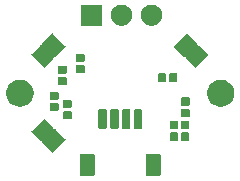
<source format=gts>
G04 #@! TF.GenerationSoftware,KiCad,Pcbnew,(5.1.5-0-10_14)*
G04 #@! TF.CreationDate,2020-09-28T19:56:29+02:00*
G04 #@! TF.ProjectId,Encoder,456e636f-6465-4722-9e6b-696361645f70,1.1*
G04 #@! TF.SameCoordinates,Original*
G04 #@! TF.FileFunction,Soldermask,Top*
G04 #@! TF.FilePolarity,Negative*
%FSLAX46Y46*%
G04 Gerber Fmt 4.6, Leading zero omitted, Abs format (unit mm)*
G04 Created by KiCad (PCBNEW (5.1.5-0-10_14)) date 2020-09-28 19:56:29*
%MOMM*%
%LPD*%
G04 APERTURE LIST*
%ADD10C,0.100000*%
G04 APERTURE END LIST*
D10*
G36*
X120479242Y-98440404D02*
G01*
X120516337Y-98451657D01*
X120550515Y-98469925D01*
X120580481Y-98494519D01*
X120605075Y-98524485D01*
X120623343Y-98558663D01*
X120634596Y-98595758D01*
X120639000Y-98640474D01*
X120639000Y-100133526D01*
X120634596Y-100178242D01*
X120623343Y-100215337D01*
X120605075Y-100249515D01*
X120580481Y-100279481D01*
X120550515Y-100304075D01*
X120516337Y-100322343D01*
X120479242Y-100333596D01*
X120434526Y-100338000D01*
X119541474Y-100338000D01*
X119496758Y-100333596D01*
X119459663Y-100322343D01*
X119425485Y-100304075D01*
X119395519Y-100279481D01*
X119370925Y-100249515D01*
X119352657Y-100215337D01*
X119341404Y-100178242D01*
X119337000Y-100133526D01*
X119337000Y-98640474D01*
X119341404Y-98595758D01*
X119352657Y-98558663D01*
X119370925Y-98524485D01*
X119395519Y-98494519D01*
X119425485Y-98469925D01*
X119459663Y-98451657D01*
X119496758Y-98440404D01*
X119541474Y-98436000D01*
X120434526Y-98436000D01*
X120479242Y-98440404D01*
G37*
G36*
X114879242Y-98440404D02*
G01*
X114916337Y-98451657D01*
X114950515Y-98469925D01*
X114980481Y-98494519D01*
X115005075Y-98524485D01*
X115023343Y-98558663D01*
X115034596Y-98595758D01*
X115039000Y-98640474D01*
X115039000Y-100133526D01*
X115034596Y-100178242D01*
X115023343Y-100215337D01*
X115005075Y-100249515D01*
X114980481Y-100279481D01*
X114950515Y-100304075D01*
X114916337Y-100322343D01*
X114879242Y-100333596D01*
X114834526Y-100338000D01*
X113941474Y-100338000D01*
X113896758Y-100333596D01*
X113859663Y-100322343D01*
X113825485Y-100304075D01*
X113795519Y-100279481D01*
X113770925Y-100249515D01*
X113752657Y-100215337D01*
X113741404Y-100178242D01*
X113737000Y-100133526D01*
X113737000Y-98640474D01*
X113741404Y-98595758D01*
X113752657Y-98558663D01*
X113770925Y-98524485D01*
X113795519Y-98494519D01*
X113825485Y-98469925D01*
X113859663Y-98451657D01*
X113896758Y-98440404D01*
X113941474Y-98436000D01*
X114834526Y-98436000D01*
X114879242Y-98440404D01*
G37*
G36*
X110774776Y-95465202D02*
G01*
X110784385Y-95468117D01*
X110793249Y-95472855D01*
X110805784Y-95483142D01*
X111504206Y-96181564D01*
X111514493Y-96194099D01*
X111519231Y-96202963D01*
X111522146Y-96212572D01*
X111523127Y-96222537D01*
X111523130Y-96222571D01*
X111522135Y-96232621D01*
X111522122Y-96232685D01*
X111520909Y-96244938D01*
X111520948Y-96244942D01*
X111519175Y-96262743D01*
X111521550Y-96287131D01*
X111528637Y-96310588D01*
X111540164Y-96332212D01*
X111555688Y-96351171D01*
X111574613Y-96366737D01*
X111596210Y-96378313D01*
X111619651Y-96385452D01*
X111644035Y-96387881D01*
X111661782Y-96385269D01*
X111661817Y-96385624D01*
X111674069Y-96384430D01*
X111674070Y-96384430D01*
X111684069Y-96383456D01*
X111684071Y-96383456D01*
X111694065Y-96384450D01*
X111701432Y-96386694D01*
X111703676Y-96387377D01*
X111712531Y-96392122D01*
X111712534Y-96392125D01*
X111712559Y-96392138D01*
X111724998Y-96402356D01*
X112529510Y-97206868D01*
X112539797Y-97219403D01*
X112544535Y-97228267D01*
X112547450Y-97237876D01*
X112548434Y-97247875D01*
X112547450Y-97257874D01*
X112544535Y-97267483D01*
X112539797Y-97276347D01*
X112529510Y-97288882D01*
X111477534Y-98340858D01*
X111464999Y-98351145D01*
X111456135Y-98355883D01*
X111446526Y-98358798D01*
X111436527Y-98359782D01*
X111426528Y-98358798D01*
X111416919Y-98355883D01*
X111408055Y-98351145D01*
X111395520Y-98340858D01*
X110591032Y-97536370D01*
X110580745Y-97523835D01*
X110576007Y-97514971D01*
X110573092Y-97505362D01*
X110572108Y-97495363D01*
X110573752Y-97478662D01*
X110575917Y-97467784D01*
X110575919Y-97443280D01*
X110571140Y-97419247D01*
X110561764Y-97396607D01*
X110548151Y-97376232D01*
X110530825Y-97358904D01*
X110510452Y-97345289D01*
X110487813Y-97335911D01*
X110463780Y-97331129D01*
X110439276Y-97331127D01*
X110427822Y-97332832D01*
X110411279Y-97334478D01*
X110411277Y-97334478D01*
X110407944Y-97334153D01*
X110401274Y-97333504D01*
X110391663Y-97330599D01*
X110382827Y-97325888D01*
X110382825Y-97325887D01*
X110382796Y-97325871D01*
X110374986Y-97319468D01*
X110374943Y-97319425D01*
X110370193Y-97315531D01*
X109671794Y-96617132D01*
X109661507Y-96604597D01*
X109656769Y-96595733D01*
X109653854Y-96586124D01*
X109652870Y-96576125D01*
X109653854Y-96566126D01*
X109656769Y-96556517D01*
X109661507Y-96547653D01*
X109671794Y-96535118D01*
X110723770Y-95483142D01*
X110736305Y-95472855D01*
X110745169Y-95468117D01*
X110754778Y-95465202D01*
X110764777Y-95464218D01*
X110774776Y-95465202D01*
G37*
G36*
X122929938Y-96643716D02*
G01*
X122950557Y-96649971D01*
X122969553Y-96660124D01*
X122986208Y-96673792D01*
X122999876Y-96690447D01*
X123010029Y-96709443D01*
X123016284Y-96730062D01*
X123019000Y-96757640D01*
X123019000Y-97266360D01*
X123016284Y-97293938D01*
X123010029Y-97314557D01*
X122999876Y-97333553D01*
X122986208Y-97350208D01*
X122969553Y-97363876D01*
X122950557Y-97374029D01*
X122929938Y-97380284D01*
X122902360Y-97383000D01*
X122443640Y-97383000D01*
X122416062Y-97380284D01*
X122395443Y-97374029D01*
X122376447Y-97363876D01*
X122359792Y-97350208D01*
X122346124Y-97333553D01*
X122335971Y-97314557D01*
X122329716Y-97293938D01*
X122327000Y-97266360D01*
X122327000Y-96757640D01*
X122329716Y-96730062D01*
X122335971Y-96709443D01*
X122346124Y-96690447D01*
X122359792Y-96673792D01*
X122376447Y-96660124D01*
X122395443Y-96649971D01*
X122416062Y-96643716D01*
X122443640Y-96641000D01*
X122902360Y-96641000D01*
X122929938Y-96643716D01*
G37*
G36*
X121959938Y-96643716D02*
G01*
X121980557Y-96649971D01*
X121999553Y-96660124D01*
X122016208Y-96673792D01*
X122029876Y-96690447D01*
X122040029Y-96709443D01*
X122046284Y-96730062D01*
X122049000Y-96757640D01*
X122049000Y-97266360D01*
X122046284Y-97293938D01*
X122040029Y-97314557D01*
X122029876Y-97333553D01*
X122016208Y-97350208D01*
X121999553Y-97363876D01*
X121980557Y-97374029D01*
X121959938Y-97380284D01*
X121932360Y-97383000D01*
X121473640Y-97383000D01*
X121446062Y-97380284D01*
X121425443Y-97374029D01*
X121406447Y-97363876D01*
X121389792Y-97350208D01*
X121376124Y-97333553D01*
X121365971Y-97314557D01*
X121359716Y-97293938D01*
X121357000Y-97266360D01*
X121357000Y-96757640D01*
X121359716Y-96730062D01*
X121365971Y-96709443D01*
X121376124Y-96690447D01*
X121389792Y-96673792D01*
X121406447Y-96660124D01*
X121425443Y-96649971D01*
X121446062Y-96643716D01*
X121473640Y-96641000D01*
X121932360Y-96641000D01*
X121959938Y-96643716D01*
G37*
G36*
X121959938Y-95643716D02*
G01*
X121980557Y-95649971D01*
X121999553Y-95660124D01*
X122016208Y-95673792D01*
X122029876Y-95690447D01*
X122040029Y-95709443D01*
X122046284Y-95730062D01*
X122049000Y-95757640D01*
X122049000Y-96266360D01*
X122046284Y-96293938D01*
X122040029Y-96314557D01*
X122029876Y-96333553D01*
X122016208Y-96350208D01*
X121999553Y-96363876D01*
X121980557Y-96374029D01*
X121959938Y-96380284D01*
X121932360Y-96383000D01*
X121473640Y-96383000D01*
X121446062Y-96380284D01*
X121425443Y-96374029D01*
X121406447Y-96363876D01*
X121389792Y-96350208D01*
X121376124Y-96333553D01*
X121365971Y-96314557D01*
X121359716Y-96293938D01*
X121357000Y-96266360D01*
X121357000Y-95757640D01*
X121359716Y-95730062D01*
X121365971Y-95709443D01*
X121376124Y-95690447D01*
X121389792Y-95673792D01*
X121406447Y-95660124D01*
X121425443Y-95649971D01*
X121446062Y-95643716D01*
X121473640Y-95641000D01*
X121932360Y-95641000D01*
X121959938Y-95643716D01*
G37*
G36*
X122929938Y-95643716D02*
G01*
X122950557Y-95649971D01*
X122969553Y-95660124D01*
X122986208Y-95673792D01*
X122999876Y-95690447D01*
X123010029Y-95709443D01*
X123016284Y-95730062D01*
X123019000Y-95757640D01*
X123019000Y-96266360D01*
X123016284Y-96293938D01*
X123010029Y-96314557D01*
X122999876Y-96333553D01*
X122986208Y-96350208D01*
X122969553Y-96363876D01*
X122950557Y-96374029D01*
X122929938Y-96380284D01*
X122902360Y-96383000D01*
X122443640Y-96383000D01*
X122416062Y-96380284D01*
X122395443Y-96374029D01*
X122376447Y-96363876D01*
X122359792Y-96350208D01*
X122346124Y-96333553D01*
X122335971Y-96314557D01*
X122329716Y-96293938D01*
X122327000Y-96266360D01*
X122327000Y-95757640D01*
X122329716Y-95730062D01*
X122335971Y-95709443D01*
X122346124Y-95690447D01*
X122359792Y-95673792D01*
X122376447Y-95660124D01*
X122395443Y-95649971D01*
X122416062Y-95643716D01*
X122443640Y-95641000D01*
X122902360Y-95641000D01*
X122929938Y-95643716D01*
G37*
G36*
X115947928Y-94688764D02*
G01*
X115969009Y-94695160D01*
X115988445Y-94705548D01*
X116005476Y-94719524D01*
X116019452Y-94736555D01*
X116029840Y-94755991D01*
X116036236Y-94777072D01*
X116039000Y-94805140D01*
X116039000Y-96218860D01*
X116036236Y-96246928D01*
X116029840Y-96268009D01*
X116019452Y-96287445D01*
X116005476Y-96304476D01*
X115988445Y-96318452D01*
X115969009Y-96328840D01*
X115947928Y-96335236D01*
X115919860Y-96338000D01*
X115456140Y-96338000D01*
X115428072Y-96335236D01*
X115406991Y-96328840D01*
X115387555Y-96318452D01*
X115370524Y-96304476D01*
X115356548Y-96287445D01*
X115346160Y-96268009D01*
X115339764Y-96246928D01*
X115337000Y-96218860D01*
X115337000Y-94805140D01*
X115339764Y-94777072D01*
X115346160Y-94755991D01*
X115356548Y-94736555D01*
X115370524Y-94719524D01*
X115387555Y-94705548D01*
X115406991Y-94695160D01*
X115428072Y-94688764D01*
X115456140Y-94686000D01*
X115919860Y-94686000D01*
X115947928Y-94688764D01*
G37*
G36*
X116947928Y-94688764D02*
G01*
X116969009Y-94695160D01*
X116988445Y-94705548D01*
X117005476Y-94719524D01*
X117019452Y-94736555D01*
X117029840Y-94755991D01*
X117036236Y-94777072D01*
X117039000Y-94805140D01*
X117039000Y-96218860D01*
X117036236Y-96246928D01*
X117029840Y-96268009D01*
X117019452Y-96287445D01*
X117005476Y-96304476D01*
X116988445Y-96318452D01*
X116969009Y-96328840D01*
X116947928Y-96335236D01*
X116919860Y-96338000D01*
X116456140Y-96338000D01*
X116428072Y-96335236D01*
X116406991Y-96328840D01*
X116387555Y-96318452D01*
X116370524Y-96304476D01*
X116356548Y-96287445D01*
X116346160Y-96268009D01*
X116339764Y-96246928D01*
X116337000Y-96218860D01*
X116337000Y-94805140D01*
X116339764Y-94777072D01*
X116346160Y-94755991D01*
X116356548Y-94736555D01*
X116370524Y-94719524D01*
X116387555Y-94705548D01*
X116406991Y-94695160D01*
X116428072Y-94688764D01*
X116456140Y-94686000D01*
X116919860Y-94686000D01*
X116947928Y-94688764D01*
G37*
G36*
X117947928Y-94688764D02*
G01*
X117969009Y-94695160D01*
X117988445Y-94705548D01*
X118005476Y-94719524D01*
X118019452Y-94736555D01*
X118029840Y-94755991D01*
X118036236Y-94777072D01*
X118039000Y-94805140D01*
X118039000Y-96218860D01*
X118036236Y-96246928D01*
X118029840Y-96268009D01*
X118019452Y-96287445D01*
X118005476Y-96304476D01*
X117988445Y-96318452D01*
X117969009Y-96328840D01*
X117947928Y-96335236D01*
X117919860Y-96338000D01*
X117456140Y-96338000D01*
X117428072Y-96335236D01*
X117406991Y-96328840D01*
X117387555Y-96318452D01*
X117370524Y-96304476D01*
X117356548Y-96287445D01*
X117346160Y-96268009D01*
X117339764Y-96246928D01*
X117337000Y-96218860D01*
X117337000Y-94805140D01*
X117339764Y-94777072D01*
X117346160Y-94755991D01*
X117356548Y-94736555D01*
X117370524Y-94719524D01*
X117387555Y-94705548D01*
X117406991Y-94695160D01*
X117428072Y-94688764D01*
X117456140Y-94686000D01*
X117919860Y-94686000D01*
X117947928Y-94688764D01*
G37*
G36*
X118947928Y-94688764D02*
G01*
X118969009Y-94695160D01*
X118988445Y-94705548D01*
X119005476Y-94719524D01*
X119019452Y-94736555D01*
X119029840Y-94755991D01*
X119036236Y-94777072D01*
X119039000Y-94805140D01*
X119039000Y-96218860D01*
X119036236Y-96246928D01*
X119029840Y-96268009D01*
X119019452Y-96287445D01*
X119005476Y-96304476D01*
X118988445Y-96318452D01*
X118969009Y-96328840D01*
X118947928Y-96335236D01*
X118919860Y-96338000D01*
X118456140Y-96338000D01*
X118428072Y-96335236D01*
X118406991Y-96328840D01*
X118387555Y-96318452D01*
X118370524Y-96304476D01*
X118356548Y-96287445D01*
X118346160Y-96268009D01*
X118339764Y-96246928D01*
X118337000Y-96218860D01*
X118337000Y-94805140D01*
X118339764Y-94777072D01*
X118346160Y-94755991D01*
X118356548Y-94736555D01*
X118370524Y-94719524D01*
X118387555Y-94705548D01*
X118406991Y-94695160D01*
X118428072Y-94688764D01*
X118456140Y-94686000D01*
X118919860Y-94686000D01*
X118947928Y-94688764D01*
G37*
G36*
X112969938Y-94853716D02*
G01*
X112990557Y-94859971D01*
X113009553Y-94870124D01*
X113026208Y-94883792D01*
X113039876Y-94900447D01*
X113050029Y-94919443D01*
X113056284Y-94940062D01*
X113059000Y-94967640D01*
X113059000Y-95426360D01*
X113056284Y-95453938D01*
X113050029Y-95474557D01*
X113039876Y-95493553D01*
X113026208Y-95510208D01*
X113009553Y-95523876D01*
X112990557Y-95534029D01*
X112969938Y-95540284D01*
X112942360Y-95543000D01*
X112433640Y-95543000D01*
X112406062Y-95540284D01*
X112385443Y-95534029D01*
X112366447Y-95523876D01*
X112349792Y-95510208D01*
X112336124Y-95493553D01*
X112325971Y-95474557D01*
X112319716Y-95453938D01*
X112317000Y-95426360D01*
X112317000Y-94967640D01*
X112319716Y-94940062D01*
X112325971Y-94919443D01*
X112336124Y-94900447D01*
X112349792Y-94883792D01*
X112366447Y-94870124D01*
X112385443Y-94859971D01*
X112406062Y-94853716D01*
X112433640Y-94851000D01*
X112942360Y-94851000D01*
X112969938Y-94853716D01*
G37*
G36*
X122969938Y-94653716D02*
G01*
X122990557Y-94659971D01*
X123009553Y-94670124D01*
X123026208Y-94683792D01*
X123039876Y-94700447D01*
X123050029Y-94719443D01*
X123056284Y-94740062D01*
X123059000Y-94767640D01*
X123059000Y-95226360D01*
X123056284Y-95253938D01*
X123050029Y-95274557D01*
X123039876Y-95293553D01*
X123026208Y-95310208D01*
X123009553Y-95323876D01*
X122990557Y-95334029D01*
X122969938Y-95340284D01*
X122942360Y-95343000D01*
X122433640Y-95343000D01*
X122406062Y-95340284D01*
X122385443Y-95334029D01*
X122366447Y-95323876D01*
X122349792Y-95310208D01*
X122336124Y-95293553D01*
X122325971Y-95274557D01*
X122319716Y-95253938D01*
X122317000Y-95226360D01*
X122317000Y-94767640D01*
X122319716Y-94740062D01*
X122325971Y-94719443D01*
X122336124Y-94700447D01*
X122349792Y-94683792D01*
X122366447Y-94670124D01*
X122385443Y-94659971D01*
X122406062Y-94653716D01*
X122433640Y-94651000D01*
X122942360Y-94651000D01*
X122969938Y-94653716D01*
G37*
G36*
X111869938Y-94153716D02*
G01*
X111890557Y-94159971D01*
X111909553Y-94170124D01*
X111926208Y-94183792D01*
X111939876Y-94200447D01*
X111950029Y-94219443D01*
X111956284Y-94240062D01*
X111959000Y-94267640D01*
X111959000Y-94726360D01*
X111956284Y-94753938D01*
X111950029Y-94774557D01*
X111939876Y-94793553D01*
X111926208Y-94810208D01*
X111909553Y-94823876D01*
X111890557Y-94834029D01*
X111869938Y-94840284D01*
X111842360Y-94843000D01*
X111333640Y-94843000D01*
X111306062Y-94840284D01*
X111285443Y-94834029D01*
X111266447Y-94823876D01*
X111249792Y-94810208D01*
X111236124Y-94793553D01*
X111225971Y-94774557D01*
X111219716Y-94753938D01*
X111217000Y-94726360D01*
X111217000Y-94267640D01*
X111219716Y-94240062D01*
X111225971Y-94219443D01*
X111236124Y-94200447D01*
X111249792Y-94183792D01*
X111266447Y-94170124D01*
X111285443Y-94159971D01*
X111306062Y-94153716D01*
X111333640Y-94151000D01*
X111842360Y-94151000D01*
X111869938Y-94153716D01*
G37*
G36*
X112969938Y-93883716D02*
G01*
X112990557Y-93889971D01*
X113009553Y-93900124D01*
X113026208Y-93913792D01*
X113039876Y-93930447D01*
X113050029Y-93949443D01*
X113056284Y-93970062D01*
X113059000Y-93997640D01*
X113059000Y-94456360D01*
X113056284Y-94483938D01*
X113050029Y-94504557D01*
X113039876Y-94523553D01*
X113026208Y-94540208D01*
X113009553Y-94553876D01*
X112990557Y-94564029D01*
X112969938Y-94570284D01*
X112942360Y-94573000D01*
X112433640Y-94573000D01*
X112406062Y-94570284D01*
X112385443Y-94564029D01*
X112366447Y-94553876D01*
X112349792Y-94540208D01*
X112336124Y-94523553D01*
X112325971Y-94504557D01*
X112319716Y-94483938D01*
X112317000Y-94456360D01*
X112317000Y-93997640D01*
X112319716Y-93970062D01*
X112325971Y-93949443D01*
X112336124Y-93930447D01*
X112349792Y-93913792D01*
X112366447Y-93900124D01*
X112385443Y-93889971D01*
X112406062Y-93883716D01*
X112433640Y-93881000D01*
X112942360Y-93881000D01*
X112969938Y-93883716D01*
G37*
G36*
X125912549Y-92183116D02*
G01*
X126023734Y-92205232D01*
X126116727Y-92243751D01*
X126195076Y-92276204D01*
X126233203Y-92291997D01*
X126421720Y-92417960D01*
X126582040Y-92578280D01*
X126708003Y-92766797D01*
X126708004Y-92766799D01*
X126794768Y-92976267D01*
X126838112Y-93194169D01*
X126839000Y-93198636D01*
X126839000Y-93425364D01*
X126794768Y-93647734D01*
X126749141Y-93757886D01*
X126713537Y-93843844D01*
X126708003Y-93857203D01*
X126582040Y-94045720D01*
X126421720Y-94206040D01*
X126233203Y-94332003D01*
X126233202Y-94332004D01*
X126233201Y-94332004D01*
X126180397Y-94353876D01*
X126023734Y-94418768D01*
X125948409Y-94433751D01*
X125801365Y-94463000D01*
X125574635Y-94463000D01*
X125427591Y-94433751D01*
X125352266Y-94418768D01*
X125195603Y-94353876D01*
X125142799Y-94332004D01*
X125142798Y-94332004D01*
X125142797Y-94332003D01*
X124954280Y-94206040D01*
X124793960Y-94045720D01*
X124667997Y-93857203D01*
X124662464Y-93843844D01*
X124626859Y-93757886D01*
X124581232Y-93647734D01*
X124537000Y-93425364D01*
X124537000Y-93198636D01*
X124537889Y-93194169D01*
X124581232Y-92976267D01*
X124667996Y-92766799D01*
X124667997Y-92766797D01*
X124793960Y-92578280D01*
X124954280Y-92417960D01*
X125142797Y-92291997D01*
X125180925Y-92276204D01*
X125259273Y-92243751D01*
X125352266Y-92205232D01*
X125463451Y-92183116D01*
X125574635Y-92161000D01*
X125801365Y-92161000D01*
X125912549Y-92183116D01*
G37*
G36*
X108912549Y-92183116D02*
G01*
X109023734Y-92205232D01*
X109116727Y-92243751D01*
X109195076Y-92276204D01*
X109233203Y-92291997D01*
X109421720Y-92417960D01*
X109582040Y-92578280D01*
X109708003Y-92766797D01*
X109708004Y-92766799D01*
X109794768Y-92976267D01*
X109838112Y-93194169D01*
X109839000Y-93198636D01*
X109839000Y-93425364D01*
X109794768Y-93647734D01*
X109749141Y-93757886D01*
X109713537Y-93843844D01*
X109708003Y-93857203D01*
X109582040Y-94045720D01*
X109421720Y-94206040D01*
X109233203Y-94332003D01*
X109233202Y-94332004D01*
X109233201Y-94332004D01*
X109180397Y-94353876D01*
X109023734Y-94418768D01*
X108948409Y-94433751D01*
X108801365Y-94463000D01*
X108574635Y-94463000D01*
X108427591Y-94433751D01*
X108352266Y-94418768D01*
X108195603Y-94353876D01*
X108142799Y-94332004D01*
X108142798Y-94332004D01*
X108142797Y-94332003D01*
X107954280Y-94206040D01*
X107793960Y-94045720D01*
X107667997Y-93857203D01*
X107662464Y-93843844D01*
X107626859Y-93757886D01*
X107581232Y-93647734D01*
X107537000Y-93425364D01*
X107537000Y-93198636D01*
X107537889Y-93194169D01*
X107581232Y-92976267D01*
X107667996Y-92766799D01*
X107667997Y-92766797D01*
X107793960Y-92578280D01*
X107954280Y-92417960D01*
X108142797Y-92291997D01*
X108180925Y-92276204D01*
X108259273Y-92243751D01*
X108352266Y-92205232D01*
X108463451Y-92183116D01*
X108574635Y-92161000D01*
X108801365Y-92161000D01*
X108912549Y-92183116D01*
G37*
G36*
X122969938Y-93683716D02*
G01*
X122990557Y-93689971D01*
X123009553Y-93700124D01*
X123026208Y-93713792D01*
X123039876Y-93730447D01*
X123050029Y-93749443D01*
X123056284Y-93770062D01*
X123059000Y-93797640D01*
X123059000Y-94256360D01*
X123056284Y-94283938D01*
X123050029Y-94304557D01*
X123039876Y-94323553D01*
X123026208Y-94340208D01*
X123009553Y-94353876D01*
X122990557Y-94364029D01*
X122969938Y-94370284D01*
X122942360Y-94373000D01*
X122433640Y-94373000D01*
X122406062Y-94370284D01*
X122385443Y-94364029D01*
X122366447Y-94353876D01*
X122349792Y-94340208D01*
X122336124Y-94323553D01*
X122325971Y-94304557D01*
X122319716Y-94283938D01*
X122317000Y-94256360D01*
X122317000Y-93797640D01*
X122319716Y-93770062D01*
X122325971Y-93749443D01*
X122336124Y-93730447D01*
X122349792Y-93713792D01*
X122366447Y-93700124D01*
X122385443Y-93689971D01*
X122406062Y-93683716D01*
X122433640Y-93681000D01*
X122942360Y-93681000D01*
X122969938Y-93683716D01*
G37*
G36*
X111869938Y-93183716D02*
G01*
X111890557Y-93189971D01*
X111909553Y-93200124D01*
X111926208Y-93213792D01*
X111939876Y-93230447D01*
X111950029Y-93249443D01*
X111956284Y-93270062D01*
X111959000Y-93297640D01*
X111959000Y-93756360D01*
X111956284Y-93783938D01*
X111950029Y-93804557D01*
X111939876Y-93823553D01*
X111926208Y-93840208D01*
X111909553Y-93853876D01*
X111890557Y-93864029D01*
X111869938Y-93870284D01*
X111842360Y-93873000D01*
X111333640Y-93873000D01*
X111306062Y-93870284D01*
X111285443Y-93864029D01*
X111266447Y-93853876D01*
X111249792Y-93840208D01*
X111236124Y-93823553D01*
X111225971Y-93804557D01*
X111219716Y-93783938D01*
X111217000Y-93756360D01*
X111217000Y-93297640D01*
X111219716Y-93270062D01*
X111225971Y-93249443D01*
X111236124Y-93230447D01*
X111249792Y-93213792D01*
X111266447Y-93200124D01*
X111285443Y-93189971D01*
X111306062Y-93183716D01*
X111333640Y-93181000D01*
X111842360Y-93181000D01*
X111869938Y-93183716D01*
G37*
G36*
X112569938Y-91953716D02*
G01*
X112590557Y-91959971D01*
X112609553Y-91970124D01*
X112626208Y-91983792D01*
X112639876Y-92000447D01*
X112650029Y-92019443D01*
X112656284Y-92040062D01*
X112659000Y-92067640D01*
X112659000Y-92526360D01*
X112656284Y-92553938D01*
X112650029Y-92574557D01*
X112639876Y-92593553D01*
X112626208Y-92610208D01*
X112609553Y-92623876D01*
X112590557Y-92634029D01*
X112569938Y-92640284D01*
X112542360Y-92643000D01*
X112033640Y-92643000D01*
X112006062Y-92640284D01*
X111985443Y-92634029D01*
X111966447Y-92623876D01*
X111949792Y-92610208D01*
X111936124Y-92593553D01*
X111925971Y-92574557D01*
X111919716Y-92553938D01*
X111917000Y-92526360D01*
X111917000Y-92067640D01*
X111919716Y-92040062D01*
X111925971Y-92019443D01*
X111936124Y-92000447D01*
X111949792Y-91983792D01*
X111966447Y-91970124D01*
X111985443Y-91959971D01*
X112006062Y-91953716D01*
X112033640Y-91951000D01*
X112542360Y-91951000D01*
X112569938Y-91953716D01*
G37*
G36*
X120959938Y-91643716D02*
G01*
X120980557Y-91649971D01*
X120999553Y-91660124D01*
X121016208Y-91673792D01*
X121029876Y-91690447D01*
X121040029Y-91709443D01*
X121046284Y-91730062D01*
X121049000Y-91757640D01*
X121049000Y-92266360D01*
X121046284Y-92293938D01*
X121040029Y-92314557D01*
X121029876Y-92333553D01*
X121016208Y-92350208D01*
X120999553Y-92363876D01*
X120980557Y-92374029D01*
X120959938Y-92380284D01*
X120932360Y-92383000D01*
X120473640Y-92383000D01*
X120446062Y-92380284D01*
X120425443Y-92374029D01*
X120406447Y-92363876D01*
X120389792Y-92350208D01*
X120376124Y-92333553D01*
X120365971Y-92314557D01*
X120359716Y-92293938D01*
X120357000Y-92266360D01*
X120357000Y-91757640D01*
X120359716Y-91730062D01*
X120365971Y-91709443D01*
X120376124Y-91690447D01*
X120389792Y-91673792D01*
X120406447Y-91660124D01*
X120425443Y-91649971D01*
X120446062Y-91643716D01*
X120473640Y-91641000D01*
X120932360Y-91641000D01*
X120959938Y-91643716D01*
G37*
G36*
X121929938Y-91643716D02*
G01*
X121950557Y-91649971D01*
X121969553Y-91660124D01*
X121986208Y-91673792D01*
X121999876Y-91690447D01*
X122010029Y-91709443D01*
X122016284Y-91730062D01*
X122019000Y-91757640D01*
X122019000Y-92266360D01*
X122016284Y-92293938D01*
X122010029Y-92314557D01*
X121999876Y-92333553D01*
X121986208Y-92350208D01*
X121969553Y-92363876D01*
X121950557Y-92374029D01*
X121929938Y-92380284D01*
X121902360Y-92383000D01*
X121443640Y-92383000D01*
X121416062Y-92380284D01*
X121395443Y-92374029D01*
X121376447Y-92363876D01*
X121359792Y-92350208D01*
X121346124Y-92333553D01*
X121335971Y-92314557D01*
X121329716Y-92293938D01*
X121327000Y-92266360D01*
X121327000Y-91757640D01*
X121329716Y-91730062D01*
X121335971Y-91709443D01*
X121346124Y-91690447D01*
X121359792Y-91673792D01*
X121376447Y-91660124D01*
X121395443Y-91649971D01*
X121416062Y-91643716D01*
X121443640Y-91641000D01*
X121902360Y-91641000D01*
X121929938Y-91643716D01*
G37*
G36*
X112569938Y-90983716D02*
G01*
X112590557Y-90989971D01*
X112609553Y-91000124D01*
X112626208Y-91013792D01*
X112639876Y-91030447D01*
X112650029Y-91049443D01*
X112656284Y-91070062D01*
X112659000Y-91097640D01*
X112659000Y-91556360D01*
X112656284Y-91583938D01*
X112650029Y-91604557D01*
X112639876Y-91623553D01*
X112626208Y-91640208D01*
X112609553Y-91653876D01*
X112590557Y-91664029D01*
X112569938Y-91670284D01*
X112542360Y-91673000D01*
X112033640Y-91673000D01*
X112006062Y-91670284D01*
X111985443Y-91664029D01*
X111966447Y-91653876D01*
X111949792Y-91640208D01*
X111936124Y-91623553D01*
X111925971Y-91604557D01*
X111919716Y-91583938D01*
X111917000Y-91556360D01*
X111917000Y-91097640D01*
X111919716Y-91070062D01*
X111925971Y-91049443D01*
X111936124Y-91030447D01*
X111949792Y-91013792D01*
X111966447Y-91000124D01*
X111985443Y-90989971D01*
X112006062Y-90983716D01*
X112033640Y-90981000D01*
X112542360Y-90981000D01*
X112569938Y-90983716D01*
G37*
G36*
X114069938Y-90953716D02*
G01*
X114090557Y-90959971D01*
X114109553Y-90970124D01*
X114126208Y-90983792D01*
X114139876Y-91000447D01*
X114150029Y-91019443D01*
X114156284Y-91040062D01*
X114159000Y-91067640D01*
X114159000Y-91526360D01*
X114156284Y-91553938D01*
X114150029Y-91574557D01*
X114139876Y-91593553D01*
X114126208Y-91610208D01*
X114109553Y-91623876D01*
X114090557Y-91634029D01*
X114069938Y-91640284D01*
X114042360Y-91643000D01*
X113533640Y-91643000D01*
X113506062Y-91640284D01*
X113485443Y-91634029D01*
X113466447Y-91623876D01*
X113449792Y-91610208D01*
X113436124Y-91593553D01*
X113425971Y-91574557D01*
X113419716Y-91553938D01*
X113417000Y-91526360D01*
X113417000Y-91067640D01*
X113419716Y-91040062D01*
X113425971Y-91019443D01*
X113436124Y-91000447D01*
X113449792Y-90983792D01*
X113466447Y-90970124D01*
X113485443Y-90959971D01*
X113506062Y-90953716D01*
X113533640Y-90951000D01*
X114042360Y-90951000D01*
X114069938Y-90953716D01*
G37*
G36*
X122862124Y-88265202D02*
G01*
X122871733Y-88268117D01*
X122880597Y-88272855D01*
X122893132Y-88283142D01*
X123697620Y-89087630D01*
X123707907Y-89100165D01*
X123712645Y-89109029D01*
X123715560Y-89118638D01*
X123716544Y-89128637D01*
X123714900Y-89145338D01*
X123712735Y-89156216D01*
X123712733Y-89180720D01*
X123717512Y-89204753D01*
X123726888Y-89227393D01*
X123740501Y-89247768D01*
X123757827Y-89265096D01*
X123778200Y-89278711D01*
X123800839Y-89288089D01*
X123824872Y-89292871D01*
X123849376Y-89292873D01*
X123860830Y-89291168D01*
X123877373Y-89289522D01*
X123877375Y-89289522D01*
X123880708Y-89289847D01*
X123887378Y-89290496D01*
X123896989Y-89293401D01*
X123905825Y-89298112D01*
X123905827Y-89298113D01*
X123905856Y-89298129D01*
X123913666Y-89304532D01*
X123913709Y-89304575D01*
X123918459Y-89308469D01*
X124616858Y-90006868D01*
X124627145Y-90019403D01*
X124631883Y-90028267D01*
X124634798Y-90037876D01*
X124635782Y-90047875D01*
X124634798Y-90057874D01*
X124631883Y-90067483D01*
X124627145Y-90076347D01*
X124616858Y-90088882D01*
X123564882Y-91140858D01*
X123552347Y-91151145D01*
X123543483Y-91155883D01*
X123533874Y-91158798D01*
X123523875Y-91159782D01*
X123513876Y-91158798D01*
X123504267Y-91155883D01*
X123495403Y-91151145D01*
X123482868Y-91140858D01*
X122784446Y-90442436D01*
X122774159Y-90429901D01*
X122769421Y-90421037D01*
X122766506Y-90411428D01*
X122765525Y-90401463D01*
X122765525Y-90401461D01*
X122765522Y-90401429D01*
X122766517Y-90391379D01*
X122766530Y-90391315D01*
X122767743Y-90379062D01*
X122767704Y-90379058D01*
X122769477Y-90361257D01*
X122767102Y-90336869D01*
X122760015Y-90313412D01*
X122748488Y-90291788D01*
X122732964Y-90272829D01*
X122714039Y-90257263D01*
X122692442Y-90245687D01*
X122669001Y-90238548D01*
X122644617Y-90236119D01*
X122626870Y-90238731D01*
X122626835Y-90238376D01*
X122614583Y-90239570D01*
X122614582Y-90239570D01*
X122604583Y-90240544D01*
X122604581Y-90240544D01*
X122594587Y-90239550D01*
X122587220Y-90237306D01*
X122584976Y-90236623D01*
X122576121Y-90231878D01*
X122576118Y-90231875D01*
X122576093Y-90231862D01*
X122563654Y-90221644D01*
X121759142Y-89417132D01*
X121748855Y-89404597D01*
X121744117Y-89395733D01*
X121741202Y-89386124D01*
X121740218Y-89376125D01*
X121741202Y-89366126D01*
X121744117Y-89356517D01*
X121748855Y-89347653D01*
X121759142Y-89335118D01*
X122811118Y-88283142D01*
X122823653Y-88272855D01*
X122832517Y-88268117D01*
X122842126Y-88265202D01*
X122852125Y-88264218D01*
X122862124Y-88265202D01*
G37*
G36*
X111446526Y-88252550D02*
G01*
X111456135Y-88255465D01*
X111464999Y-88260203D01*
X111477534Y-88270490D01*
X112529510Y-89322466D01*
X112539797Y-89335001D01*
X112544535Y-89343865D01*
X112547450Y-89353474D01*
X112548434Y-89363473D01*
X112547450Y-89373472D01*
X112544535Y-89383081D01*
X112539797Y-89391945D01*
X112529510Y-89404480D01*
X111725022Y-90208968D01*
X111712487Y-90219255D01*
X111703623Y-90223993D01*
X111694014Y-90226908D01*
X111684015Y-90227892D01*
X111667314Y-90226248D01*
X111656436Y-90224083D01*
X111631932Y-90224081D01*
X111607899Y-90228860D01*
X111585259Y-90238236D01*
X111564884Y-90251849D01*
X111547556Y-90269175D01*
X111533941Y-90289548D01*
X111524563Y-90312187D01*
X111519781Y-90336220D01*
X111519779Y-90360724D01*
X111521484Y-90372178D01*
X111523130Y-90388721D01*
X111522156Y-90398726D01*
X111519251Y-90408337D01*
X111517604Y-90411427D01*
X111514523Y-90417204D01*
X111508120Y-90425014D01*
X111508077Y-90425057D01*
X111504183Y-90429807D01*
X110805784Y-91128206D01*
X110793249Y-91138493D01*
X110784385Y-91143231D01*
X110774776Y-91146146D01*
X110764777Y-91147130D01*
X110754778Y-91146146D01*
X110745169Y-91143231D01*
X110736305Y-91138493D01*
X110723770Y-91128206D01*
X109671794Y-90076230D01*
X109661507Y-90063695D01*
X109656769Y-90054831D01*
X109653854Y-90045222D01*
X109652870Y-90035223D01*
X109653854Y-90025224D01*
X109656769Y-90015615D01*
X109661507Y-90006751D01*
X109671794Y-89994216D01*
X110370216Y-89295794D01*
X110382751Y-89285507D01*
X110391615Y-89280769D01*
X110401224Y-89277854D01*
X110411189Y-89276873D01*
X110411191Y-89276873D01*
X110411223Y-89276870D01*
X110421273Y-89277865D01*
X110421337Y-89277878D01*
X110433590Y-89279091D01*
X110433594Y-89279052D01*
X110451395Y-89280825D01*
X110475783Y-89278450D01*
X110499240Y-89271363D01*
X110520864Y-89259836D01*
X110539823Y-89244312D01*
X110555389Y-89225387D01*
X110566965Y-89203790D01*
X110574104Y-89180349D01*
X110576533Y-89155965D01*
X110573921Y-89138218D01*
X110574276Y-89138183D01*
X110572108Y-89115929D01*
X110573102Y-89105935D01*
X110576029Y-89096325D01*
X110576029Y-89096324D01*
X110580774Y-89087469D01*
X110580777Y-89087466D01*
X110580790Y-89087441D01*
X110591008Y-89075002D01*
X111395520Y-88270490D01*
X111408055Y-88260203D01*
X111416919Y-88255465D01*
X111426528Y-88252550D01*
X111436527Y-88251566D01*
X111446526Y-88252550D01*
G37*
G36*
X114069938Y-89983716D02*
G01*
X114090557Y-89989971D01*
X114109553Y-90000124D01*
X114126208Y-90013792D01*
X114139876Y-90030447D01*
X114150029Y-90049443D01*
X114156284Y-90070062D01*
X114159000Y-90097640D01*
X114159000Y-90556360D01*
X114156284Y-90583938D01*
X114150029Y-90604557D01*
X114139876Y-90623553D01*
X114126208Y-90640208D01*
X114109553Y-90653876D01*
X114090557Y-90664029D01*
X114069938Y-90670284D01*
X114042360Y-90673000D01*
X113533640Y-90673000D01*
X113506062Y-90670284D01*
X113485443Y-90664029D01*
X113466447Y-90653876D01*
X113449792Y-90640208D01*
X113436124Y-90623553D01*
X113425971Y-90604557D01*
X113419716Y-90583938D01*
X113417000Y-90556360D01*
X113417000Y-90097640D01*
X113419716Y-90070062D01*
X113425971Y-90049443D01*
X113436124Y-90030447D01*
X113449792Y-90013792D01*
X113466447Y-90000124D01*
X113485443Y-89989971D01*
X113506062Y-89983716D01*
X113533640Y-89981000D01*
X114042360Y-89981000D01*
X114069938Y-89983716D01*
G37*
G36*
X117401512Y-85815927D02*
G01*
X117550812Y-85845624D01*
X117714784Y-85913544D01*
X117862354Y-86012147D01*
X117987853Y-86137646D01*
X118086456Y-86285216D01*
X118154376Y-86449188D01*
X118189000Y-86623259D01*
X118189000Y-86800741D01*
X118154376Y-86974812D01*
X118086456Y-87138784D01*
X117987853Y-87286354D01*
X117862354Y-87411853D01*
X117714784Y-87510456D01*
X117550812Y-87578376D01*
X117401512Y-87608073D01*
X117376742Y-87613000D01*
X117199258Y-87613000D01*
X117174488Y-87608073D01*
X117025188Y-87578376D01*
X116861216Y-87510456D01*
X116713646Y-87411853D01*
X116588147Y-87286354D01*
X116489544Y-87138784D01*
X116421624Y-86974812D01*
X116387000Y-86800741D01*
X116387000Y-86623259D01*
X116421624Y-86449188D01*
X116489544Y-86285216D01*
X116588147Y-86137646D01*
X116713646Y-86012147D01*
X116861216Y-85913544D01*
X117025188Y-85845624D01*
X117174488Y-85815927D01*
X117199258Y-85811000D01*
X117376742Y-85811000D01*
X117401512Y-85815927D01*
G37*
G36*
X115649000Y-87613000D02*
G01*
X113847000Y-87613000D01*
X113847000Y-85811000D01*
X115649000Y-85811000D01*
X115649000Y-87613000D01*
G37*
G36*
X119941512Y-85815927D02*
G01*
X120090812Y-85845624D01*
X120254784Y-85913544D01*
X120402354Y-86012147D01*
X120527853Y-86137646D01*
X120626456Y-86285216D01*
X120694376Y-86449188D01*
X120729000Y-86623259D01*
X120729000Y-86800741D01*
X120694376Y-86974812D01*
X120626456Y-87138784D01*
X120527853Y-87286354D01*
X120402354Y-87411853D01*
X120254784Y-87510456D01*
X120090812Y-87578376D01*
X119941512Y-87608073D01*
X119916742Y-87613000D01*
X119739258Y-87613000D01*
X119714488Y-87608073D01*
X119565188Y-87578376D01*
X119401216Y-87510456D01*
X119253646Y-87411853D01*
X119128147Y-87286354D01*
X119029544Y-87138784D01*
X118961624Y-86974812D01*
X118927000Y-86800741D01*
X118927000Y-86623259D01*
X118961624Y-86449188D01*
X119029544Y-86285216D01*
X119128147Y-86137646D01*
X119253646Y-86012147D01*
X119401216Y-85913544D01*
X119565188Y-85845624D01*
X119714488Y-85815927D01*
X119739258Y-85811000D01*
X119916742Y-85811000D01*
X119941512Y-85815927D01*
G37*
M02*

</source>
